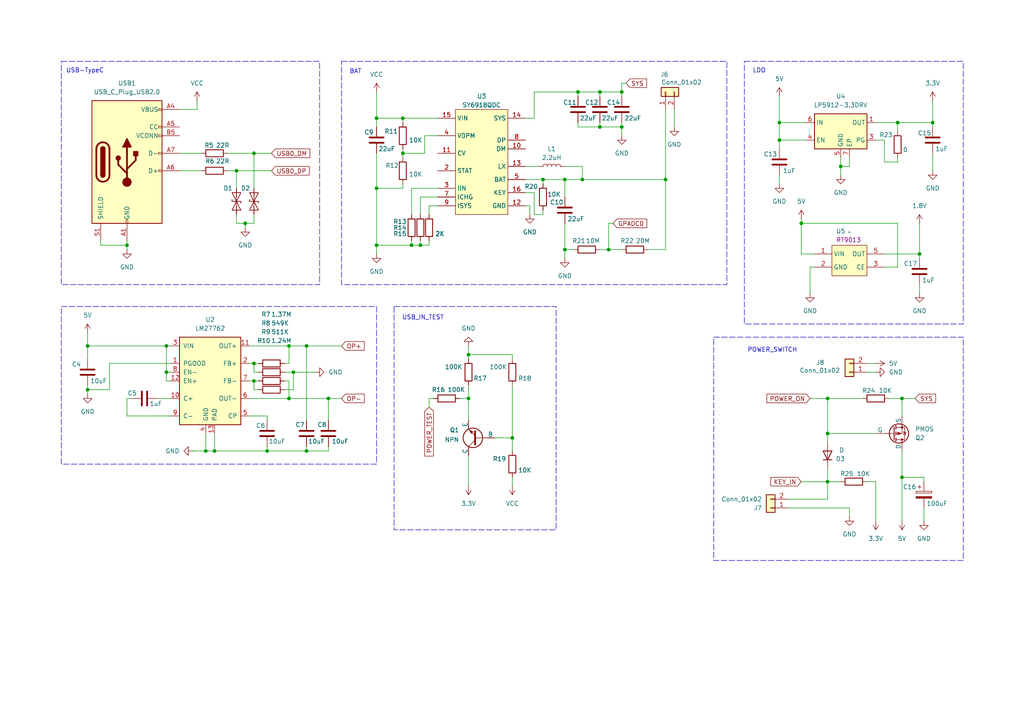
<source format=kicad_sch>
(kicad_sch (version 20250114) (generator "eeschema") (generator_version "9.0")
  (paper "A4")
  (lib_symbols
    (symbol "Connector:USB_C_Plug_USB2.0" (pin_names (offset 1.016))
      (property "Reference" "USB1" (at 0 22.86 0))
      (property "Value" "USB_C_Plug_USB2.0" (at 0 20.32 0))
      (symbol "USB_C_Plug_USB2.0_1_1"
        (pin passive line (at -7.62 -22.86 90) (length 5.08) (name "SHIELD") (number "S1"))
        (pin passive line (at 0 -22.86 90) (length 5.08) (name "GND") (number "A1"))
        (pin passive line (at 0 -22.86 90) (length 5.08) (hide yes) (name "GND") (number "A12"))
        (pin passive line (at 0 -22.86 90) (length 5.08) (hide yes) (name "GND") (number "B1"))
        (pin passive line (at 0 -22.86 90) (length 5.08) (hide yes) (name "GND") (number "B12"))
        (pin passive line (at 15.24 15.24 180) (length 5.08) (name "VBUS") (number "A4"))
        (pin passive line (at 15.24 15.24 180) (length 5.08) (hide yes) (name "VBUS") (number "A9"))
        (pin passive line (at 15.24 15.24 180) (length 5.08) (hide yes) (name "VBUS") (number "B4"))
        (pin passive line (at 15.24 15.24 180) (length 5.08) (hide yes) (name "VBUS") (number "B9"))
        (pin bidirectional line (at 15.24 10.16 180) (length 5.08) (name "CC") (number "A5"))
        (pin bidirectional line (at 15.24 7.62 180) (length 5.08) (name "VCONN") (number "B5"))
        (pin bidirectional line (at 15.24 2.54 180) (length 5.08) (name "D-") (number "A7"))
        (pin bidirectional line (at 15.24 2.54 180) (length 5.08) (hide yes) (name "D-") (number "B7"))
        (pin bidirectional line (at 15.24 -2.54 180) (length 5.08) (name "D+") (number "A6"))
        (pin bidirectional line (at 15.24 -2.54 180) (length 5.08) (hide yes) (name "D+") (number "B6"))
      )
    )
    (symbol "Connector_Generic:Conn_01x02" (pin_names (offset 1.016) (hide yes))
      (property "Reference" "J" (at 0 2.54 0))
      (property "Value" "Conn_01x02" (at 0 -5.08 0))
      (symbol "Conn_01x02_1_1"
        (pin passive line (at -5.08 0 0) (length 3.81) (name "Pin_1") (number "1"))
        (pin passive line (at -5.08 -2.54 0) (length 3.81) (name "Pin_2") (number "2"))
      )
    )
    (symbol "Device:C" (pin_numbers (hide yes)) (pin_names (offset 0.254))
      (property "Reference" "C" (at 0.635 2.54 0))
      (property "Value" "C" (at 0.635 -2.54 0))
      (symbol "C_1_1"
        (pin passive line (at 0 3.81 270) (length 2.794) (name "~") (number "1"))
        (pin passive line (at 0 -3.81 90) (length 2.794) (name "~") (number "2"))
      )
    )
    (symbol "Device:C_Polarized" (pin_numbers (hide yes)) (pin_names (offset 0.254))
      (property "Reference" "C" (at 0.635 2.54 0))
      (property "Value" "C_Polarized" (at 0.635 -2.54 0))
      (symbol "C_Polarized_1_1"
        (pin passive line (at 0 3.81 270) (length 2.794) (name "~") (number "1"))
        (pin passive line (at 0 -3.81 90) (length 2.794) (name "~") (number "2"))
      )
    )
    (symbol "Device:D" (pin_numbers (hide yes)) (pin_names (offset 1.016) (hide yes))
      (property "Reference" "D" (at 0 2.54 0))
      (property "Value" "D" (at 0 -2.54 0))
      (symbol "D_1_1"
        (pin passive line (at -3.81 0 0) (length 2.54) (name "K") (number "1"))
        (pin passive line (at 3.81 0 180) (length 2.54) (name "A") (number "2"))
      )
    )
    (symbol "Device:L" (pin_numbers (hide yes)) (pin_names (offset 1.016) (hide yes))
      (property "Reference" "L" (at -1.27 0 90))
      (property "Value" "L" (at 1.905 0 90))
      (symbol "L_1_1"
        (pin passive line (at 0 3.81 270) (length 1.27) (name "1") (number "1"))
        (pin passive line (at 0 -3.81 90) (length 1.27) (name "2") (number "2"))
      )
    )
    (symbol "Device:R" (pin_numbers (hide yes)) (pin_names (offset 0))
      (property "Reference" "R" (at 2.032 0 90))
      (property "Value" "R" (at 0 0 90))
      (symbol "R_1_1"
        (pin passive line (at 0 3.81 270) (length 1.27) (name "~") (number "1"))
        (pin passive line (at 0 -3.81 90) (length 1.27) (name "~") (number "2"))
      )
    )
    (symbol "Diode:ESD9B5.0ST5G" (pin_numbers (hide yes)) (pin_names (offset 1.016) (hide yes))
      (property "Reference" "D" (at 0 2.54 0))
      (property "Value" "ESD9B5.0ST5G" (at 0 -2.54 0))
      (symbol "ESD9B5.0ST5G_1_1"
        (pin passive line (at -3.81 0 0) (length 2.54) (name "A1") (number "1"))
        (pin passive line (at 3.81 0 180) (length 2.54) (name "A2") (number "2"))
      )
    )
    (symbol "Regulator_Linear:LP5912-3.3DRV"
      (property "Reference" "U" (at -3.81 6.35 0))
      (property "Value" "LP5912-3.3DRV" (at 6.35 6.35 0))
      (symbol "LP5912-3.3DRV_0_1"
        (pin power_in line (at -10.16 2.54 0) (length 2.54) (name "IN") (number "6"))
        (pin input line (at -10.16 -2.54 0) (length 2.54) (name "EN") (number "4"))
        (pin power_in line (at 0 -7.62 90) (length 2.54) (name "GND") (number "5"))
        (pin no_connect line (at 7.62 0 180) (length 2.54) (hide yes) (name "NC") (number "2"))
        (pin power_out line (at 10.16 2.54 180) (length 2.54) (name "OUT") (number "1"))
      )
      (symbol "LP5912-3.3DRV_1_1"
        (pin passive line (at 2.54 -7.62 90) (length 2.54) (name "EP") (number "7"))
        (pin open_collector line (at 10.16 -2.54 180) (length 2.54) (name "PG") (number "3"))
      )
    )
    (symbol "Regulator_SwitchedCapacitor:LM27762" (pin_names (offset 1.016))
      (property "Reference" "U" (at -6.604 8.89 0))
      (property "Value" "LM27762" (at 6.096 8.89 0))
      (symbol "LM27762_1_1"
        (pin power_in line (at -10.16 5.08 0) (length 2.54) (name "VIN") (number "3"))
        (pin open_collector line (at -10.16 0 0) (length 2.54) (name "PGOOD") (number "1"))
        (pin input line (at -10.16 -2.54 0) (length 2.54) (name "EN-") (number "8"))
        (pin input line (at -10.16 -5.08 0) (length 2.54) (name "EN+") (number "12"))
        (pin passive line (at -10.16 -10.16 0) (length 2.54) (name "C+") (number "10"))
        (pin passive line (at -10.16 -15.24 0) (length 2.54) (name "C-") (number "9"))
        (pin power_in line (at 0 -20.32 90) (length 2.54) (name "GND") (number "4"))
        (pin power_in line (at 2.54 -20.32 90) (length 2.54) (name "PAD") (number "13"))
        (pin power_out line (at 12.7 5.08 180) (length 2.54) (name "OUT+") (number "11"))
        (pin input line (at 12.7 0 180) (length 2.54) (name "FB+") (number "2"))
        (pin input line (at 12.7 -5.08 180) (length 2.54) (name "FB-") (number "7"))
        (pin power_out line (at 12.7 -10.16 180) (length 2.54) (name "OUT-") (number "6"))
        (pin passive line (at 12.7 -15.24 180) (length 2.54) (name "CP") (number "5"))
      )
    )
    (symbol "Simulation_SPICE:NPN" (pin_numbers (hide yes)) (pin_names (offset 0))
      (property "Reference" "Q2" (at 8.89 0 90))
      (property "Value" "NPN" (at 6.35 0 90))
      (symbol "NPN_1_1"
        (pin input line (at -5.08 0 0) (length 2.54) (name "B") (number "1"))
        (pin open_collector line (at 2.54 5.08 270) (length 2.54) (name "C") (number "3"))
        (pin open_emitter line (at 2.54 -5.08 90) (length 2.54) (name "E") (number "2"))
      )
    )
    (symbol "Simulation_SPICE:PMOS" (pin_numbers (hide yes)) (pin_names (offset 0))
      (property "Reference" "Q1" (at 6.35 1.2701 0))
      (property "Value" "PMOS" (at 6.35 -1.2699 0))
      (symbol "PMOS_1_1"
        (pin input line (at -5.08 0 0) (length 2.54) (name "G") (number "1"))
        (pin passive line (at 2.54 5.08 270) (length 2.54) (name "D") (number "3"))
        (pin passive line (at 2.54 -5.08 90) (length 2.54) (name "S") (number "2"))
      )
    )
    (symbol "coloryr:RT9013"
      (property "Reference" "U" (at 0.762 3.302 0))
      (property "Description" "RT9013" (at 3.81 1.27 0))
      (symbol "RT9013_1_1"
        (pin power_in line (at -5.08 -2.54 0) (length 5.08) (name "VIN") (number "1"))
        (pin power_in line (at -5.08 -6.35 0) (length 5.08) (name "GND") (number "2"))
        (pin power_out line (at 15.24 -2.54 180) (length 5.08) (name "OUT") (number "5"))
        (pin input line (at 15.24 -6.35 180) (length 5.08) (name "CE") (number "3"))
      )
    )
    (symbol "coloryr:SY6918"
      (property "Reference" "U" (at 0.762 1.016 0))
      (symbol "SY6918_1_1"
        (pin power_in line (at -5.08 -2.54 0) (length 5.08) (name "VIN") (number "15"))
        (pin input line (at -5.08 -7.62 0) (length 5.08) (name "VDPM") (number "4"))
        (pin input line (at -5.08 -12.7 0) (length 5.08) (name "CV") (number "11"))
        (pin output line (at -5.08 -17.78 0) (length 5.08) (name "STAT") (number "2"))
        (pin passive line (at -5.08 -22.86 0) (length 5.08) (name "IIN") (number "3"))
        (pin passive line (at -5.08 -25.4 0) (length 5.08) (name "ICHG") (number "7"))
        (pin passive line (at -5.08 -27.94 0) (length 5.08) (name "ISYS") (number "9"))
        (pin power_out line (at 20.32 -2.54 180) (length 5.08) (name "SYS") (number "14"))
        (pin bidirectional line (at 20.32 -8.89 180) (length 5.08) (name "DP") (number "8"))
        (pin bidirectional line (at 20.32 -11.43 180) (length 5.08) (name "DM") (number "10"))
        (pin bidirectional line (at 20.32 -16.51 180) (length 5.08) (name "LX") (number "13"))
        (pin bidirectional line (at 20.32 -20.32 180) (length 5.08) (name "BAT") (number "5"))
        (pin input line (at 20.32 -24.13 180) (length 5.08) (name "KEY") (number "16"))
        (pin power_in line (at 20.32 -27.94 180) (length 5.08) (name "GND") (number "12"))
      )
    )
    (symbol "power:GND" (power) (pin_numbers (hide yes)) (pin_names (offset 0) (hide yes))
      (property "Value" "GND" (at 0 -3.81 0))
      (symbol "GND_1_1"
        (pin power_in line (at 0 0 270) (length 0) (name "~") (number "1"))
      )
    )
    (symbol "power:VCC" (power) (pin_numbers (hide yes)) (pin_names (offset 0) (hide yes))
      (property "Value" "VCC" (at 0 3.556 0))
      (symbol "VCC_1_1"
        (pin power_in line (at 0 0 90) (length 0) (name "~") (number "1"))
      )
    )
  )
  (rectangle (start 215.9 17.78) (end 279.4 93.98) (stroke (width 0) (type dash)))
  (rectangle (start 207.01 97.79) (end 279.4 162.56) (stroke (width 0) (type dash)))
  (rectangle (start 17.78 88.9) (end 109.22 134.62) (stroke (width 0) (type dash)))
  (rectangle (start 99.06 17.78) (end 210.82 82.55) (stroke (width 0) (type dash)))
  (rectangle (start 17.78 17.78) (end 92.71 82.55) (stroke (width 0) (type dash)))
  (rectangle (start 161.29 153.67) (end 114.3 88.9) (stroke (width 0) (type dash)))
  (text "USB_IN_TEST" (at 122.682 92.202 0) (effects (font (size 1.27 1.27))))
  (text "POWER_SWITCH" (at 224.028 101.6 0) (effects (font (size 1.27 1.27))))
  (text "LDO" (at 220.218 20.574 0) (effects (font (size 1.27 1.27))))
  (text "BAT" (at 103.124 20.828 0) (effects (font (size 1.27 1.27))))
  (text "USB-TypeC" (at 24.638 20.574 0) (effects (font (size 1.27 1.27))))
  (junction (at 180.34 36.83))
  (junction (at 193.04 52.07))
  (junction (at 226.06 40.64))
  (junction (at 240.03 139.7))
  (junction (at 266.7 73.66))
  (junction (at 180.34 26.67))
  (junction (at 85.09 107.95))
  (junction (at 71.12 64.77))
  (junction (at 226.06 35.56))
  (junction (at 95.25 115.57))
  (junction (at 176.53 72.39))
  (junction (at 62.23 130.81))
  (junction (at 121.92 71.12))
  (junction (at 73.66 105.41))
  (junction (at 68.58 49.53))
  (junction (at 243.84 48.26))
  (junction (at 240.03 115.57))
  (junction (at 163.83 72.39))
  (junction (at 135.89 115.57))
  (junction (at 167.64 26.67))
  (junction (at 270.51 35.56))
  (junction (at 232.41 64.77))
  (junction (at 116.84 44.45))
  (junction (at 173.99 26.67))
  (junction (at 240.03 125.73))
  (junction (at 36.83 71.12))
  (junction (at 261.62 138.43))
  (junction (at 135.89 102.87))
  (junction (at 88.9 130.81))
  (junction (at 83.82 115.57))
  (junction (at 25.4 100.33))
  (junction (at 260.35 35.56))
  (junction (at 119.38 71.12))
  (junction (at 109.22 34.29))
  (junction (at 116.84 34.29))
  (junction (at 148.59 127))
  (junction (at 59.69 130.81))
  (junction (at 48.26 100.33))
  (junction (at 109.22 54.61))
  (junction (at 168.91 52.07))
  (junction (at 83.82 100.33))
  (junction (at 48.26 107.95))
  (junction (at 73.66 110.49))
  (junction (at 109.22 71.12))
  (junction (at 173.99 36.83))
  (junction (at 25.4 113.03))
  (junction (at 88.9 100.33))
  (junction (at 73.66 44.45))
  (junction (at 261.62 115.57))
  (junction (at 163.83 52.07))
  (junction (at 157.48 52.07))
  (junction (at 77.47 130.81))
  (wire (pts (xy 49.53 100.33) (xy 48.26 100.33)))
  (wire (pts (xy 127 39.37) (xy 123.19 39.37)))
  (wire (pts (xy 127 54.61) (xy 119.38 54.61)))
  (wire (pts (xy 109.22 54.61) (xy 116.84 54.61)))
  (wire (pts (xy 72.39 110.49) (xy 73.66 110.49)))
  (wire (pts (xy 236.22 77.47) (xy 234.95 77.47)))
  (wire (pts (xy 270.51 36.83) (xy 270.51 35.56)))
  (wire (pts (xy 73.66 107.95) (xy 74.93 107.95)))
  (wire (pts (xy 152.4 55.88) (xy 154.94 55.88)))
  (wire (pts (xy 48.26 100.33) (xy 25.4 100.33)))
  (wire (pts (xy 157.48 52.07) (xy 163.83 52.07)))
  (wire (pts (xy 243.84 48.26) (xy 243.84 50.8)))
  (wire (pts (xy 173.99 36.83) (xy 180.34 36.83)))
  (wire (pts (xy 265.43 115.57) (xy 261.62 115.57)))
  (wire (pts (xy 73.66 113.03) (xy 74.93 113.03)))
  (wire (pts (xy 163.83 72.39) (xy 163.83 74.93)))
  (wire (pts (xy 88.9 130.81) (xy 77.47 130.81)))
  (wire (pts (xy 267.97 139.7) (xy 267.97 138.43)))
  (wire (pts (xy 254 40.64) (xy 256.54 40.64)))
  (wire (pts (xy 83.82 105.41) (xy 83.82 100.33)))
  (wire (pts (xy 116.84 44.45) (xy 116.84 45.72)))
  (wire (pts (xy 29.21 71.12) (xy 36.83 71.12)))
  (wire (pts (xy 163.83 64.77) (xy 163.83 72.39)))
  (wire (pts (xy 240.03 139.7) (xy 243.84 139.7)))
  (wire (pts (xy 195.58 31.75) (xy 195.58 36.83)))
  (wire (pts (xy 25.4 113.03) (xy 25.4 111.76)))
  (wire (pts (xy 168.91 52.07) (xy 193.04 52.07)))
  (wire (pts (xy 260.35 77.47) (xy 260.35 64.77)))
  (wire (pts (xy 256.54 46.99) (xy 260.35 46.99)))
  (wire (pts (xy 261.62 115.57) (xy 261.62 120.65)))
  (wire (pts (xy 163.83 52.07) (xy 168.91 52.07)))
  (wire (pts (xy 133.35 115.57) (xy 135.89 115.57)))
  (wire (pts (xy 240.03 135.89) (xy 240.03 139.7)))
  (wire (pts (xy 270.51 29.21) (xy 270.51 35.56)))
  (wire (pts (xy 36.83 71.12) (xy 36.83 72.39)))
  (wire (pts (xy 257.81 115.57) (xy 261.62 115.57)))
  (wire (pts (xy 73.66 44.45) (xy 78.74 44.45)))
  (wire (pts (xy 176.53 72.39) (xy 180.34 72.39)))
  (wire (pts (xy 163.83 48.26) (xy 168.91 48.26)))
  (wire (pts (xy 68.58 64.77) (xy 68.58 62.23)))
  (wire (pts (xy 31.75 105.41) (xy 31.75 113.03)))
  (wire (pts (xy 95.25 130.81) (xy 88.9 130.81)))
  (wire (pts (xy 68.58 49.53) (xy 68.58 54.61)))
  (wire (pts (xy 49.53 110.49) (xy 48.26 110.49)))
  (wire (pts (xy 267.97 147.32) (xy 267.97 151.13)))
  (wire (pts (xy 246.38 48.26) (xy 243.84 48.26)))
  (wire (pts (xy 148.59 127) (xy 148.59 111.76)))
  (wire (pts (xy 77.47 130.81) (xy 77.47 129.54)))
  (wire (pts (xy 163.83 52.07) (xy 163.83 57.15)))
  (wire (pts (xy 82.55 105.41) (xy 83.82 105.41)))
  (wire (pts (xy 127 57.15) (xy 121.92 57.15)))
  (wire (pts (xy 232.41 64.77) (xy 260.35 64.77)))
  (wire (pts (xy 254 139.7) (xy 251.46 139.7)))
  (wire (pts (xy 157.48 62.23) (xy 157.48 60.96)))
  (wire (pts (xy 152.4 59.69) (xy 153.67 59.69)))
  (wire (pts (xy 52.07 49.53) (xy 58.42 49.53)))
  (wire (pts (xy 72.39 115.57) (xy 83.82 115.57)))
  (wire (pts (xy 73.66 110.49) (xy 74.93 110.49)))
  (wire (pts (xy 266.7 64.77) (xy 266.7 73.66)))
  (wire (pts (xy 109.22 34.29) (xy 116.84 34.29)))
  (wire (pts (xy 260.35 35.56) (xy 260.35 38.1)))
  (wire (pts (xy 36.83 115.57) (xy 38.1 115.57)))
  (wire (pts (xy 163.83 72.39) (xy 166.37 72.39)))
  (wire (pts (xy 57.15 31.75) (xy 57.15 29.21)))
  (wire (pts (xy 176.53 64.77) (xy 176.53 72.39)))
  (wire (pts (xy 85.09 113.03) (xy 85.09 107.95)))
  (wire (pts (xy 234.95 115.57) (xy 240.03 115.57)))
  (wire (pts (xy 135.89 104.14) (xy 135.89 102.87)))
  (wire (pts (xy 123.19 44.45) (xy 116.84 44.45)))
  (wire (pts (xy 152.4 48.26) (xy 156.21 48.26)))
  (wire (pts (xy 135.89 121.92) (xy 135.89 115.57)))
  (wire (pts (xy 256.54 40.64) (xy 256.54 46.99)))
  (wire (pts (xy 154.94 34.29) (xy 152.4 34.29)))
  (wire (pts (xy 148.59 130.81) (xy 148.59 127)))
  (wire (pts (xy 143.51 127) (xy 148.59 127)))
  (wire (pts (xy 187.96 72.39) (xy 193.04 72.39)))
  (wire (pts (xy 48.26 107.95) (xy 49.53 107.95)))
  (wire (pts (xy 181.61 24.13) (xy 180.34 24.13)))
  (wire (pts (xy 246.38 147.32) (xy 246.38 149.86)))
  (wire (pts (xy 226.06 40.64) (xy 226.06 43.18)))
  (wire (pts (xy 71.12 64.77) (xy 71.12 66.04)))
  (wire (pts (xy 234.95 77.47) (xy 234.95 85.09)))
  (wire (pts (xy 25.4 113.03) (xy 25.4 114.3)))
  (wire (pts (xy 193.04 72.39) (xy 193.04 52.07)))
  (wire (pts (xy 232.41 63.5) (xy 232.41 64.77)))
  (wire (pts (xy 167.64 26.67) (xy 167.64 27.94)))
  (wire (pts (xy 254 151.13) (xy 254 139.7)))
  (wire (pts (xy 66.04 44.45) (xy 73.66 44.45)))
  (wire (pts (xy 226.06 50.8) (xy 226.06 53.34)))
  (wire (pts (xy 88.9 129.54) (xy 88.9 130.81)))
  (wire (pts (xy 121.92 57.15) (xy 121.92 62.23)))
  (wire (pts (xy 124.46 118.11) (xy 124.46 115.57)))
  (wire (pts (xy 83.82 100.33) (xy 88.9 100.33)))
  (wire (pts (xy 261.62 130.81) (xy 261.62 138.43)))
  (wire (pts (xy 266.7 82.55) (xy 266.7 85.09)))
  (wire (pts (xy 85.09 107.95) (xy 91.44 107.95)))
  (wire (pts (xy 148.59 102.87) (xy 135.89 102.87)))
  (wire (pts (xy 154.94 62.23) (xy 157.48 62.23)))
  (wire (pts (xy 62.23 130.81) (xy 77.47 130.81)))
  (wire (pts (xy 95.25 115.57) (xy 95.25 121.92)))
  (wire (pts (xy 251.46 107.95) (xy 254 107.95)))
  (wire (pts (xy 88.9 100.33) (xy 99.06 100.33)))
  (wire (pts (xy 73.66 64.77) (xy 71.12 64.77)))
  (wire (pts (xy 59.69 125.73) (xy 59.69 130.81)))
  (wire (pts (xy 127 59.69) (xy 124.46 59.69)))
  (wire (pts (xy 180.34 36.83) (xy 180.34 39.37)))
  (wire (pts (xy 68.58 49.53) (xy 78.74 49.53)))
  (wire (pts (xy 233.68 35.56) (xy 226.06 35.56)))
  (wire (pts (xy 73.66 105.41) (xy 74.93 105.41)))
  (wire (pts (xy 167.64 35.56) (xy 167.64 36.83)))
  (wire (pts (xy 109.22 34.29) (xy 109.22 26.67)))
  (wire (pts (xy 260.35 46.99) (xy 260.35 45.72)))
  (wire (pts (xy 52.07 44.45) (xy 58.42 44.45)))
  (wire (pts (xy 124.46 115.57) (xy 125.73 115.57)))
  (wire (pts (xy 45.72 115.57) (xy 49.53 115.57)))
  (wire (pts (xy 73.66 105.41) (xy 73.66 107.95)))
  (wire (pts (xy 173.99 72.39) (xy 176.53 72.39)))
  (wire (pts (xy 243.84 45.72) (xy 243.84 48.26)))
  (wire (pts (xy 25.4 100.33) (xy 25.4 104.14)))
  (wire (pts (xy 36.83 69.85) (xy 36.83 71.12)))
  (wire (pts (xy 228.6 147.32) (xy 246.38 147.32)))
  (wire (pts (xy 180.34 36.83) (xy 180.34 35.56)))
  (wire (pts (xy 82.55 113.03) (xy 85.09 113.03)))
  (wire (pts (xy 73.66 110.49) (xy 73.66 113.03)))
  (wire (pts (xy 48.26 110.49) (xy 48.26 107.95)))
  (wire (pts (xy 88.9 100.33) (xy 88.9 121.92)))
  (wire (pts (xy 154.94 55.88) (xy 154.94 62.23)))
  (wire (pts (xy 62.23 130.81) (xy 59.69 130.81)))
  (wire (pts (xy 109.22 44.45) (xy 109.22 54.61)))
  (wire (pts (xy 83.82 115.57) (xy 95.25 115.57)))
  (wire (pts (xy 256.54 73.66) (xy 266.7 73.66)))
  (wire (pts (xy 31.75 113.03) (xy 25.4 113.03)))
  (wire (pts (xy 49.53 120.65) (xy 36.83 120.65)))
  (wire (pts (xy 66.04 49.53) (xy 68.58 49.53)))
  (wire (pts (xy 180.34 26.67) (xy 180.34 27.94)))
  (wire (pts (xy 173.99 35.56) (xy 173.99 36.83)))
  (wire (pts (xy 154.94 26.67) (xy 167.64 26.67)))
  (wire (pts (xy 193.04 52.07) (xy 193.04 31.75)))
  (wire (pts (xy 267.97 138.43) (xy 261.62 138.43)))
  (wire (pts (xy 173.99 26.67) (xy 180.34 26.67)))
  (wire (pts (xy 167.64 26.67) (xy 173.99 26.67)))
  (wire (pts (xy 72.39 105.41) (xy 73.66 105.41)))
  (wire (pts (xy 124.46 59.69) (xy 124.46 62.23)))
  (wire (pts (xy 119.38 54.61) (xy 119.38 62.23)))
  (wire (pts (xy 55.88 130.81) (xy 59.69 130.81)))
  (wire (pts (xy 77.47 120.65) (xy 72.39 120.65)))
  (wire (pts (xy 233.68 40.64) (xy 226.06 40.64)))
  (wire (pts (xy 127 34.29) (xy 116.84 34.29)))
  (wire (pts (xy 240.03 125.73) (xy 254 125.73)))
  (wire (pts (xy 236.22 73.66) (xy 232.41 73.66)))
  (wire (pts (xy 49.53 105.41) (xy 31.75 105.41)))
  (wire (pts (xy 95.25 129.54) (xy 95.25 130.81)))
  (wire (pts (xy 148.59 104.14) (xy 148.59 102.87)))
  (wire (pts (xy 119.38 69.85) (xy 119.38 71.12)))
  (wire (pts (xy 73.66 62.23) (xy 73.66 64.77)))
  (wire (pts (xy 135.89 115.57) (xy 135.89 111.76)))
  (wire (pts (xy 228.6 144.78) (xy 240.03 144.78)))
  (wire (pts (xy 232.41 73.66) (xy 232.41 64.77)))
  (wire (pts (xy 226.06 35.56) (xy 226.06 27.94)))
  (wire (pts (xy 157.48 52.07) (xy 157.48 53.34)))
  (wire (pts (xy 135.89 132.08) (xy 135.89 140.97)))
  (wire (pts (xy 168.91 48.26) (xy 168.91 52.07)))
  (wire (pts (xy 72.39 100.33) (xy 83.82 100.33)))
  (wire (pts (xy 73.66 44.45) (xy 73.66 54.61)))
  (wire (pts (xy 29.21 69.85) (xy 29.21 71.12)))
  (wire (pts (xy 124.46 69.85) (xy 124.46 71.12)))
  (wire (pts (xy 77.47 121.92) (xy 77.47 120.65)))
  (wire (pts (xy 246.38 45.72) (xy 246.38 48.26)))
  (wire (pts (xy 36.83 120.65) (xy 36.83 115.57)))
  (wire (pts (xy 48.26 100.33) (xy 48.26 107.95)))
  (wire (pts (xy 152.4 52.07) (xy 157.48 52.07)))
  (wire (pts (xy 240.03 115.57) (xy 250.19 115.57)))
  (wire (pts (xy 109.22 71.12) (xy 119.38 71.12)))
  (wire (pts (xy 25.4 96.52) (xy 25.4 100.33)))
  (wire (pts (xy 135.89 100.33) (xy 135.89 102.87)))
  (wire (pts (xy 261.62 138.43) (xy 261.62 151.13)))
  (wire (pts (xy 240.03 125.73) (xy 240.03 128.27)))
  (wire (pts (xy 270.51 35.56) (xy 260.35 35.56)))
  (wire (pts (xy 71.12 64.77) (xy 68.58 64.77)))
  (wire (pts (xy 173.99 26.67) (xy 173.99 27.94)))
  (wire (pts (xy 226.06 40.64) (xy 226.06 35.56)))
  (wire (pts (xy 109.22 34.29) (xy 109.22 36.83)))
  (wire (pts (xy 148.59 140.97) (xy 148.59 138.43)))
  (wire (pts (xy 232.41 139.7) (xy 240.03 139.7)))
  (wire (pts (xy 167.64 36.83) (xy 173.99 36.83)))
  (wire (pts (xy 240.03 139.7) (xy 240.03 144.78)))
  (wire (pts (xy 121.92 71.12) (xy 124.46 71.12)))
  (wire (pts (xy 109.22 54.61) (xy 109.22 71.12)))
  (wire (pts (xy 109.22 71.12) (xy 109.22 73.66)))
  (wire (pts (xy 121.92 69.85) (xy 121.92 71.12)))
  (wire (pts (xy 83.82 110.49) (xy 83.82 115.57)))
  (wire (pts (xy 116.84 34.29) (xy 116.84 35.56)))
  (wire (pts (xy 180.34 24.13) (xy 180.34 26.67)))
  (wire (pts (xy 240.03 115.57) (xy 240.03 125.73)))
  (wire (pts (xy 177.8 64.77) (xy 176.53 64.77)))
  (wire (pts (xy 153.67 59.69) (xy 153.67 62.23)))
  (wire (pts (xy 266.7 73.66) (xy 266.7 74.93)))
  (wire (pts (xy 123.19 39.37) (xy 123.19 44.45)))
  (wire (pts (xy 270.51 44.45) (xy 270.51 49.53)))
  (wire (pts (xy 256.54 77.47) (xy 260.35 77.47)))
  (wire (pts (xy 154.94 26.67) (xy 154.94 34.29)))
  (wire (pts (xy 62.23 125.73) (xy 62.23 130.81)))
  (wire (pts (xy 82.55 110.49) (xy 83.82 110.49)))
  (wire (pts (xy 85.09 107.95) (xy 82.55 107.95)))
  (wire (pts (xy 251.46 105.41) (xy 254 105.41)))
  (wire (pts (xy 52.07 31.75) (xy 57.15 31.75)))
  (wire (pts (xy 95.25 115.57) (xy 99.06 115.57)))
  (wire (pts (xy 119.38 71.12) (xy 121.92 71.12)))
  (wire (pts (xy 116.84 43.18) (xy 116.84 44.45)))
  (wire (pts (xy 254 35.56) (xy 260.35 35.56)))
  (wire (pts (xy 116.84 53.34) (xy 116.84 54.61)))
  (global_label "USB0_DM" (shape input) (at 78.74 44.45 0) (property "Intersheetrefs" "${INTERSHEET_REFS}" (effects (hide yes))))
  (global_label "SYS" (shape input) (at 265.43 115.57 0) (property "Intersheetrefs" "${INTERSHEET_REFS}" (effects (hide yes))))
  (global_label "OP-" (shape input) (at 99.06 115.57 0) (property "Intersheetrefs" "${INTERSHEET_REFS}" (effects (hide yes))))
  (global_label "USB0_DP" (shape input) (at 78.74 49.53 0) (property "Intersheetrefs" "${INTERSHEET_REFS}" (effects (hide yes))))
  (global_label "OP+" (shape input) (at 99.06 100.33 0) (property "Intersheetrefs" "${INTERSHEET_REFS}" (effects (hide yes))))
  (global_label "SYS" (shape input) (at 181.61 24.13 0) (property "Intersheetrefs" "${INTERSHEET_REFS}" (effects (hide yes))))
  (global_label "POWER_ON" (shape input) (at 234.95 115.57 180) (property "Intersheetrefs" "${INTERSHEET_REFS}" (effects (hide yes))))
  (global_label "KEY_IN" (shape input) (at 232.41 139.7 180) (property "Intersheetrefs" "${INTERSHEET_REFS}" (effects (hide yes))))
  (global_label "GPADC0" (shape input) (at 177.8 64.77 0) (property "Intersheetrefs" "${INTERSHEET_REFS}" (effects (hide yes))))
  (global_label "POWER_TEST" (shape input) (at 124.46 118.11 270) (property "Intersheetrefs" "${INTERSHEET_REFS}" (effects (hide yes))))
  (symbol (lib_id "Device:R") (at 62.23 49.53 270) (unit 1)
    (property "Reference" "R6" (at 62.23 46.736 90) (effects (justify right)))
    (property "Value" "22R" (at 66.548 42.164 90) (effects (justify right)))
    (property "Footprint" "Capacitor_SMD:C_0402_1005Metric_Pad0.74x0.62mm_HandSolder" (effects (hide yes)))
    (property "Description" "Resistor" (effects (hide yes)))
  )
  (symbol (lib_id "power:VCC") (at 232.41 63.5 0) (unit 1)
    (property "Reference" "#PWR030" (effects (hide yes)))
    (property "Value" "5V" (at 232.41 58.42 0))
    (property "Description" "Power symbol creates a global label with name \"VCC\"" (effects (hide yes)))
  )
  (symbol (lib_id "Device:R") (at 260.35 41.91 0) (unit 1)
    (property "Reference" "R23" (at 255.016 39.116 0) (effects (justify left)))
    (property "Value" "0" (at 261.874 43.434 0) (effects (justify left)))
    (property "Footprint" "Resistor_SMD:R_0402_1005Metric_Pad0.72x0.64mm_HandSolder" (effects (hide yes)))
    (property "Description" "Resistor" (effects (hide yes)))
  )
  (symbol (lib_id "power:VCC") (at 254 151.13 180) (unit 1)
    (property "Reference" "#PWR099" (effects (hide yes)))
    (property "Value" "3.3V" (at 254 156.21 0))
    (property "Description" "Power symbol creates a global label with name \"VCC\"" (effects (hide yes)))
  )
  (symbol (lib_id "power:GND") (at 180.34 39.37 0) (unit 1)
    (property "Reference" "#PWR025" (effects (hide yes)))
    (property "Value" "GND" (at 180.34 44.45 0))
    (property "Description" "Power symbol creates a global label with name \"GND\" , ground" (effects (hide yes)))
  )
  (symbol (lib_id "power:GND") (at 254 107.95 90) (unit 1)
    (property "Reference" "#PWR034" (effects (hide yes)))
    (property "Value" "GND" (at 257.81 107.9499 90) (effects (justify right)))
    (property "Description" "Power symbol creates a global label with name \"GND\" , ground" (effects (hide yes)))
  )
  (symbol (lib_id "Device:R") (at 148.59 134.62 0) (unit 1)
    (property "Reference" "R19" (at 146.812 133.096 0) (effects (justify right)))
    (property "Value" "10K" (at 154.178 136.398 0) (effects (justify right)))
    (property "Footprint" "Capacitor_SMD:C_0402_1005Metric_Pad0.74x0.62mm_HandSolder" (effects (hide yes)))
    (property "Description" "Resistor" (effects (hide yes)))
  )
  (symbol (lib_id "Device:C") (at 266.7 78.74 0) (unit 1)
    (property "Reference" "C17" (at 262.128 76.454 0) (effects (justify left)))
    (property "Value" "1uF" (at 267.462 81.28 0) (effects (justify left)))
    (property "Footprint" "Capacitor_SMD:C_0402_1005Metric_Pad0.74x0.62mm_HandSolder" (effects (hide yes)))
    (property "Description" "Unpolarized capacitor" (effects (hide yes)))
  )
  (symbol (lib_id "Diode:ESD9B5.0ST5G") (at 73.66 58.42 90) (unit 1)
    (property "Reference" "D2" (at 69.85 54.61 90) (effects (justify right)))
    (property "Value" "ESD9B5.0ST5G" (effects (hide yes)))
    (property "Footprint" "Diode_SMD:D_SOD-523" (effects (hide yes)))
    (property "Datasheet" "https://www.onsemi.com/pub/Collateral/ESD9B-D.PDF" (effects (hide yes)))
    (property "Description" "ESD protection diode, 5.0Vrwm, SOD-923" (effects (hide yes)))
  )
  (symbol (lib_id "power:GND") (at 226.06 53.34 0) (unit 1)
    (property "Reference" "#PWR024" (effects (hide yes)))
    (property "Value" "GND" (at 226.06 58.42 0))
    (property "Description" "Power symbol creates a global label with name \"GND\" , ground" (effects (hide yes)))
  )
  (symbol (lib_id "Device:R") (at 62.23 44.45 270) (unit 1)
    (property "Reference" "R5" (at 61.976 42.164 90) (effects (justify right)))
    (property "Value" "22R" (at 66.548 46.736 90) (effects (justify right)))
    (property "Footprint" "Capacitor_SMD:C_0402_1005Metric_Pad0.74x0.62mm_HandSolder" (effects (hide yes)))
    (property "Description" "Resistor" (effects (hide yes)))
  )
  (symbol (lib_id "Device:R") (at 78.74 110.49 270) (unit 1)
    (property "Reference" "R9" (at 78.486 96.266 90) (effects (justify right)))
    (property "Value" "511K" (at 83.82 96.266 90) (effects (justify right)))
    (property "Footprint" "Capacitor_SMD:C_0402_1005Metric_Pad0.74x0.62mm_HandSolder" (effects (hide yes)))
    (property "Description" "Resistor" (effects (hide yes)))
  )
  (symbol (lib_id "power:GND") (at 266.7 85.09 0) (unit 1)
    (property "Reference" "#PWR039" (effects (hide yes)))
    (property "Value" "GND" (at 266.7 90.17 0))
    (property "Description" "Power symbol creates a global label with name \"GND\" , ground" (effects (hide yes)))
  )
  (symbol (lib_id "Device:C_Polarized") (at 267.97 143.51 0) (unit 1)
    (property "Reference" "C16" (at 261.874 141.224 0) (effects (justify left)))
    (property "Value" "100uF" (at 268.732 146.05 0) (effects (justify left)))
    (property "Footprint" "Capacitor_Tantalum_SMD:CP_EIA-3528-21_Kemet-B_Pad1.50x2.35mm_HandSolder" (effects (hide yes)))
    (property "Description" "Polarized capacitor" (effects (hide yes)))
  )
  (symbol (lib_id "Device:R") (at 119.38 66.04 180) (unit 1)
    (property "Reference" "R13" (at 114.046 64.262 0) (effects (justify right)))
    (property "Value" "2K" (at 126.238 67.818 0) (effects (justify right)))
    (property "Footprint" "Capacitor_SMD:C_0402_1005Metric_Pad0.74x0.62mm_HandSolder" (effects (hide yes)))
    (property "Description" "Resistor" (effects (hide yes)))
  )
  (symbol (lib_id "Connector_Generic:Conn_01x02") (at 223.52 147.32 180) (unit 1)
    (property "Reference" "J7" (at 220.98 147.3201 0) (effects (justify left)))
    (property "Value" "Conn_01x02" (at 220.98 144.78 0) (effects (justify left)))
    (property "Footprint" "Connector_PinHeader_2.00mm:PinHeader_1x02_P2.00mm_Vertical" (effects (hide yes)))
    (property "Description" "Generic connector, single row, 01x02, script generated (kicad-library-utils/schlib/autogen/connector/)" (effects (hide yes)))
  )
  (symbol (lib_id "power:VCC") (at 261.62 151.13 180) (unit 1)
    (property "Reference" "#PWR036" (effects (hide yes)))
    (property "Value" "5V" (at 261.62 156.21 0))
    (property "Description" "Power symbol creates a global label with name \"VCC\"" (effects (hide yes)))
  )
  (symbol (lib_id "power:GND") (at 71.12 66.04 0) (unit 1)
    (property "Reference" "#PWR014" (effects (hide yes)))
    (property "Value" "GND" (at 71.12 71.12 0))
    (property "Description" "Power symbol creates a global label with name \"GND\" , ground" (effects (hide yes)))
  )
  (symbol (lib_id "power:VCC") (at 254 105.41 270) (unit 1)
    (property "Reference" "#PWR033" (effects (hide yes)))
    (property "Value" "5V" (at 257.81 105.4099 90) (effects (justify left)))
    (property "Description" "Power symbol creates a global label with name \"VCC\"" (effects (hide yes)))
  )
  (symbol (lib_id "power:GND") (at 135.89 100.33 180) (unit 1)
    (property "Reference" "#PWR018" (effects (hide yes)))
    (property "Value" "GND" (at 135.89 95.25 0))
    (property "Description" "Power symbol creates a global label with name \"GND\" , ground" (effects (hide yes)))
  )
  (symbol (lib_id "Diode:ESD9B5.0ST5G") (at 68.58 58.42 90) (unit 1)
    (property "Reference" "D1" (at 64.77 54.61 90) (effects (justify right)))
    (property "Value" "ESD9B5.0ST5G" (effects (hide yes)))
    (property "Footprint" "Diode_SMD:D_SOD-523" (effects (hide yes)))
    (property "Datasheet" "https://www.onsemi.com/pub/Collateral/ESD9B-D.PDF" (effects (hide yes)))
    (property "Description" "ESD protection diode, 5.0Vrwm, SOD-923" (effects (hide yes)))
  )
  (symbol (lib_id "Device:R") (at 78.74 105.41 270) (unit 1)
    (property "Reference" "R7" (at 78.486 91.186 90) (effects (justify right)))
    (property "Value" "1.37M" (at 84.582 91.186 90) (effects (justify right)))
    (property "Footprint" "Capacitor_SMD:C_0402_1005Metric_Pad0.74x0.62mm_HandSolder" (effects (hide yes)))
    (property "Description" "Resistor" (effects (hide yes)))
  )
  (symbol (lib_id "Connector:USB_C_Plug_USB2.0") (at 36.83 46.99 0) (unit 1)
    (property "Reference" "USB1" (at 36.83 24.13 0))
    (property "Value" "USB_C_Plug_USB2.0" (at 36.83 26.67 0))
    (property "Footprint" "Connector_USB:USB_C_Receptacle_GCT_USB4085" (effects (hide yes)))
    (property "Datasheet" "https://www.usb.org/sites/default/files/documents/usb_type-c.zip" (effects (hide yes)))
    (property "Description" "USB 2.0-only Type-C Plug connector" (effects (hide yes)))
  )
  (symbol (lib_id "coloryr:RT9013") (at 241.3 71.12 0) (unit 1)
    (property "Reference" "U5" (at 243.84 67.056 0))
    (property "Value" "~" (at 246.38 67.31 0))
    (property "Footprint" "Package_TO_SOT_SMD:SOT-23-5_HandSoldering" (effects (hide yes)))
    (property "Description" "RT9013" (at 246.126 69.596 0))
  )
  (symbol (lib_id "Simulation_SPICE:NPN") (at 138.43 127 180) (unit 1)
    (property "Reference" "Q1" (at 131.826 124.714 0))
    (property "Value" "NPN" (at 131.064 127.508 0))
    (property "Footprint" "Package_TO_SOT_SMD:SOT-23" (effects (hide yes)))
    (property "Datasheet" "https://ngspice.sourceforge.io/docs/ngspice-html-manual/manual.xhtml#cha_BJTs" (effects (hide yes)))
    (property "Description" "Bipolar transistor symbol for simulation only, substrate tied to the emitter" (effects (hide yes)))
    (property "Sim.Device" "NPN" (effects (hide yes)))
    (property "Sim.Type" "GUMMELPOON" (effects (hide yes)))
    (property "Sim.Pins" "1=C 2=B 3=E" (effects (hide yes)))
  )
  (symbol (lib_id "power:VCC") (at 226.06 27.94 0) (unit 1)
    (property "Reference" "#PWR023" (effects (hide yes)))
    (property "Value" "5V" (at 226.06 22.86 0))
    (property "Description" "Power symbol creates a global label with name \"VCC\"" (effects (hide yes)))
  )
  (symbol (lib_id "power:VCC") (at 270.51 29.21 0) (unit 1)
    (property "Reference" "#PWR028" (effects (hide yes)))
    (property "Value" "3.3V" (at 270.51 24.13 0))
    (property "Description" "Power symbol creates a global label with name \"VCC\"" (effects (hide yes)))
  )
  (symbol (lib_id "power:VCC") (at 57.15 29.21 0) (unit 1)
    (property "Reference" "#PWR013" (effects (hide yes)))
    (property "Value" "VCC" (at 57.15 24.13 0))
    (property "Description" "Power symbol creates a global label with name \"VCC\"" (effects (hide yes)))
  )
  (symbol (lib_id "power:GND") (at 109.22 73.66 0) (unit 1)
    (property "Reference" "#PWR017" (effects (hide yes)))
    (property "Value" "GND" (at 109.22 78.74 0))
    (property "Description" "Power symbol creates a global label with name \"GND\" , ground" (effects (hide yes)))
  )
  (symbol (lib_id "power:GND") (at 163.83 74.93 0) (unit 1)
    (property "Reference" "#PWR022" (effects (hide yes)))
    (property "Value" "GND" (at 163.83 80.01 0))
    (property "Description" "Power symbol creates a global label with name \"GND\" , ground" (effects (hide yes)))
  )
  (symbol (lib_id "Device:R") (at 116.84 39.37 180) (unit 1)
    (property "Reference" "R11" (at 111.506 38.1 0) (effects (justify right)))
    (property "Value" "10K" (at 118.618 40.64 0) (effects (justify right)))
    (property "Footprint" "Capacitor_SMD:C_0402_1005Metric_Pad0.74x0.62mm_HandSolder" (effects (hide yes)))
    (property "Description" "Resistor" (effects (hide yes)))
  )
  (symbol (lib_id "power:VCC") (at 135.89 140.97 180) (unit 1)
    (property "Reference" "#PWR019" (effects (hide yes)))
    (property "Value" "3.3V" (at 135.89 146.05 0))
    (property "Description" "Power symbol creates a global label with name \"VCC\"" (effects (hide yes)))
  )
  (symbol (lib_id "power:GND") (at 55.88 130.81 270) (unit 1)
    (property "Reference" "#PWR012" (effects (hide yes)))
    (property "Value" "GND" (at 52.07 130.8099 90) (effects (justify right)))
    (property "Description" "Power symbol creates a global label with name \"GND\" , ground" (effects (hide yes)))
  )
  (symbol (lib_id "power:VCC") (at 25.4 96.52 0) (unit 1)
    (property "Reference" "#PWR09" (effects (hide yes)))
    (property "Value" "5V" (at 25.4 91.44 0))
    (property "Description" "Power symbol creates a global label with name \"VCC\"" (effects (hide yes)))
  )
  (symbol (lib_id "Device:C") (at 163.83 60.96 0) (unit 1)
    (property "Reference" "C10" (at 159.512 58.674 0) (effects (justify left)))
    (property "Value" "22uF" (at 164.592 63.5 0) (effects (justify left)))
    (property "Footprint" "Capacitor_SMD:C_0603_1608Metric_Pad1.08x0.95mm_HandSolder" (effects (hide yes)))
    (property "Description" "Unpolarized capacitor" (effects (hide yes)))
  )
  (symbol (lib_id "Device:R") (at 254 115.57 90) (unit 1)
    (property "Reference" "R24" (at 251.968 113.284 90))
    (property "Value" "10K" (at 256.794 113.284 90))
    (property "Footprint" "Resistor_SMD:R_0402_1005Metric_Pad0.72x0.64mm_HandSolder" (effects (hide yes)))
    (property "Description" "Resistor" (effects (hide yes)))
  )
  (symbol (lib_id "Connector_Generic:Conn_01x02") (at 246.38 107.95 180) (unit 1)
    (property "Reference" "J8" (at 236.728 105.156 0) (effects (justify right)))
    (property "Value" "Conn_01x02" (at 231.902 107.442 0) (effects (justify right)))
    (property "Footprint" "Connector_PinHeader_2.54mm:PinHeader_1x02_P2.54mm_Vertical" (effects (hide yes)))
    (property "Description" "Generic connector, single row, 01x02, script generated (kicad-library-utils/schlib/autogen/connector/)" (effects (hide yes)))
  )
  (symbol (lib_id "Device:C") (at 88.9 125.73 180) (unit 1)
    (property "Reference" "C7" (at 88.392 123.19 0) (effects (justify left)))
    (property "Value" "10uF" (at 94.234 128.016 0) (effects (justify left)))
    (property "Footprint" "Capacitor_SMD:C_0402_1005Metric_Pad0.74x0.62mm_HandSolder" (effects (hide yes)))
    (property "Description" "Unpolarized capacitor" (effects (hide yes)))
  )
  (symbol (lib_id "power:GND") (at 243.84 50.8 0) (unit 1)
    (property "Reference" "#PWR026" (effects (hide yes)))
    (property "Value" "GND" (at 243.84 55.88 0))
    (property "Description" "Power symbol creates a global label with name \"GND\" , ground" (effects (hide yes)))
  )
  (symbol (lib_id "Device:L") (at 160.02 48.26 90) (unit 1)
    (property "Reference" "L1" (at 160.02 43.18 90))
    (property "Value" "2.2uH" (at 160.02 45.72 90))
    (property "Footprint" "Inductor_SMD:L_1008_2520Metric_Pad1.43x2.20mm_HandSolder" (effects (hide yes)))
    (property "Description" "Inductor" (effects (hide yes)))
  )
  (symbol (lib_id "Device:C") (at 173.99 31.75 0) (unit 1)
    (property "Reference" "C12" (at 169.672 29.718 0) (effects (justify left)))
    (property "Value" "22uF" (at 174.498 34.29 0) (effects (justify left)))
    (property "Footprint" "Capacitor_SMD:C_0603_1608Metric_Pad1.08x0.95mm_HandSolder" (effects (hide yes)))
    (property "Description" "Unpolarized capacitor" (effects (hide yes)))
  )
  (symbol (lib_id "power:GND") (at 246.38 149.86 0) (unit 1)
    (property "Reference" "#PWR032" (effects (hide yes)))
    (property "Value" "GND" (at 246.38 154.94 0))
    (property "Description" "Power symbol creates a global label with name \"GND\" , ground" (effects (hide yes)))
  )
  (symbol (lib_id "power:VCC") (at 266.7 64.77 0) (unit 1)
    (property "Reference" "#PWR038" (effects (hide yes)))
    (property "Value" "1.8V" (at 266.7 59.69 0))
    (property "Description" "Power symbol creates a global label with name \"VCC\"" (effects (hide yes)))
  )
  (symbol (lib_id "Simulation_SPICE:PMOS") (at 259.08 125.73 0) (mirror x) (unit 1)
    (property "Reference" "Q2" (at 265.43 127.0001 0) (effects (justify left)))
    (property "Value" "PMOS" (at 265.43 124.4601 0) (effects (justify left)))
    (property "Footprint" "Package_TO_SOT_SMD:SOT-23_Handsoldering" (effects (hide yes)))
    (property "Datasheet" "https://ngspice.sourceforge.io/docs/ngspice-html-manual/manual.xhtml#cha_MOSFETs" (effects (hide yes)))
    (property "Description" "P-MOSFET transistor, drain/source/gate" (effects (hide yes)))
    (property "Sim.Device" "PMOS" (effects (hide yes)))
    (property "Sim.Type" "VDMOS" (effects (hide yes)))
    (property "Sim.Pins" "1=D 2=G 3=S" (effects (hide yes)))
  )
  (symbol (lib_id "Device:R") (at 170.18 72.39 90) (unit 1)
    (property "Reference" "R21" (at 167.894 69.85 90))
    (property "Value" "10M" (at 171.958 69.85 90))
    (property "Footprint" "Resistor_SMD:R_0402_1005Metric_Pad0.72x0.64mm_HandSolder" (effects (hide yes)))
    (property "Description" "Resistor" (effects (hide yes)))
  )
  (symbol (lib_id "Regulator_SwitchedCapacitor:LM27762") (at 59.69 105.41 0) (unit 1)
    (property "Reference" "U2" (at 60.96 92.71 0))
    (property "Value" "LM27762" (at 60.96 95.25 0))
    (property "Footprint" "Package_SON:WSON-12-1EP_3x2mm_P0.5mm_EP1x2.65_ThermalVias" (effects (hide yes)))
    (property "Datasheet" "http://www.ti.com/lit/ds/symlink/lm27762.pdf" (effects (hide yes)))
    (property "Description" "Low-noise inverting charge pump with both positive and negative LDO's, with 2.7V-5.5V input to +1.5 to +5V and -1.5 to -5V Output Voltage, WSON-12" (effects (hide yes)))
  )
  (symbol (lib_id "power:GND") (at 195.58 36.83 0) (unit 1)
    (property "Reference" "#PWR027" (effects (hide yes)))
    (property "Value" "GND" (at 195.58 41.91 0))
    (property "Description" "Power symbol creates a global label with name \"GND\" , ground" (effects (hide yes)))
  )
  (symbol (lib_id "power:VCC") (at 148.59 140.97 180) (unit 1)
    (property "Reference" "#PWR020" (effects (hide yes)))
    (property "Value" "VCC" (at 148.59 146.05 0))
    (property "Description" "Power symbol creates a global label with name \"VCC\"" (effects (hide yes)))
  )
  (symbol (lib_id "Device:R") (at 78.74 107.95 270) (unit 1)
    (property "Reference" "R8" (at 78.486 93.726 90) (effects (justify right)))
    (property "Value" "549K" (at 83.82 93.726 90) (effects (justify right)))
    (property "Footprint" "Capacitor_SMD:C_0402_1005Metric_Pad0.74x0.62mm_HandSolder" (effects (hide yes)))
    (property "Description" "Resistor" (effects (hide yes)))
  )
  (symbol (lib_id "Device:D") (at 240.03 132.08 90) (unit 1)
    (property "Reference" "D3" (at 245.11 133.096 90) (effects (justify left)))
    (property "Value" "D" (at 244.856 130.556 90) (effects (justify left)))
    (property "Footprint" "Diode_SMD:D_SOD-323_HandSoldering" (effects (hide yes)))
    (property "Description" "Diode" (effects (hide yes)))
    (property "Sim.Device" "D" (effects (hide yes)))
    (property "Sim.Pins" "1=K 2=A" (effects (hide yes)))
  )
  (symbol (lib_id "coloryr:SY6918") (at 132.08 31.75 0) (unit 1)
    (property "Reference" "U3" (at 139.7 27.94 0))
    (property "Value" "SY6918QDC" (at 139.7 30.48 0))
    (property "Footprint" "coloryr:SY6918" (effects (hide yes)))
  )
  (symbol (lib_id "power:VCC") (at 109.22 26.67 0) (unit 1)
    (property "Reference" "#PWR016" (effects (hide yes)))
    (property "Value" "VCC" (at 109.22 21.59 0))
    (property "Description" "Power symbol creates a global label with name \"VCC\"" (effects (hide yes)))
  )
  (symbol (lib_id "Device:C") (at 77.47 125.73 180) (unit 1)
    (property "Reference" "C6" (at 76.962 123.444 0) (effects (justify left)))
    (property "Value" "10uF" (at 82.804 128.016 0) (effects (justify left)))
    (property "Footprint" "Capacitor_SMD:C_0402_1005Metric_Pad0.74x0.62mm_HandSolder" (effects (hide yes)))
    (property "Description" "Unpolarized capacitor" (effects (hide yes)))
  )
  (symbol (lib_id "power:GND") (at 267.97 151.13 0) (unit 1)
    (property "Reference" "#PWR037" (effects (hide yes)))
    (property "Value" "GND" (at 267.97 156.21 0))
    (property "Description" "Power symbol creates a global label with name \"GND\" , ground" (effects (hide yes)))
  )
  (symbol (lib_id "Device:C") (at 95.25 125.73 180) (unit 1)
    (property "Reference" "C8" (at 94.742 123.19 0) (effects (justify left)))
    (property "Value" "10uF" (at 101.092 128.016 0) (effects (justify left)))
    (property "Footprint" "Capacitor_SMD:C_0402_1005Metric_Pad0.74x0.62mm_HandSolder" (effects (hide yes)))
    (property "Description" "Unpolarized capacitor" (effects (hide yes)))
  )
  (symbol (lib_id "Device:R") (at 129.54 115.57 90) (unit 1)
    (property "Reference" "R16" (at 125.222 113.03 90) (effects (justify right)))
    (property "Value" "100K" (at 129.794 113.03 90) (effects (justify right)))
    (property "Footprint" "Capacitor_SMD:C_0402_1005Metric_Pad0.74x0.62mm_HandSolder" (effects (hide yes)))
    (property "Description" "Resistor" (effects (hide yes)))
  )
  (symbol (lib_id "Device:R") (at 116.84 49.53 180) (unit 1)
    (property "Reference" "R12" (at 111.76 48.006 0) (effects (justify right)))
    (property "Value" "10K" (at 118.618 50.546 0) (effects (justify right)))
    (property "Footprint" "Capacitor_SMD:C_0402_1005Metric_Pad0.74x0.62mm_HandSolder" (effects (hide yes)))
    (property "Description" "Resistor" (effects (hide yes)))
  )
  (symbol (lib_id "power:GND") (at 153.67 62.23 0) (unit 1)
    (property "Reference" "#PWR021" (effects (hide yes)))
    (property "Value" "GND" (at 153.67 67.31 0))
    (property "Description" "Power symbol creates a global label with name \"GND\" , ground" (effects (hide yes)))
  )
  (symbol (lib_id "Device:C") (at 109.22 40.64 0) (unit 1)
    (property "Reference" "C9" (at 105.664 38.354 0) (effects (justify left)))
    (property "Value" "22uF" (at 109.728 43.18 0) (effects (justify left)))
    (property "Footprint" "Capacitor_SMD:C_0603_1608Metric_Pad1.08x0.95mm_HandSolder" (effects (hide yes)))
    (property "Description" "Unpolarized capacitor" (effects (hide yes)))
  )
  (symbol (lib_id "Device:C") (at 41.91 115.57 90) (unit 1)
    (property "Reference" "C5" (at 38.354 114.046 90))
    (property "Value" "1uF" (at 45.212 117.094 90))
    (property "Footprint" "Capacitor_SMD:C_0402_1005Metric_Pad0.74x0.62mm_HandSolder" (effects (hide yes)))
    (property "Description" "Unpolarized capacitor" (effects (hide yes)))
  )
  (symbol (lib_id "Connector_Generic:Conn_01x02") (at 193.04 26.67 90) (unit 1)
    (property "Reference" "J6" (at 191.516 21.59 90) (effects (justify right)))
    (property "Value" "Conn_01x02" (at 191.77 23.876 90) (effects (justify right)))
    (property "Footprint" "Connector_PinHeader_2.54mm:PinHeader_1x02_P2.54mm_Vertical" (effects (hide yes)))
    (property "Description" "Generic connector, single row, 01x02, script generated (kicad-library-utils/schlib/autogen/connector/)" (effects (hide yes)))
  )
  (symbol (lib_id "power:GND") (at 36.83 72.39 0) (unit 1)
    (property "Reference" "#PWR011" (effects (hide yes)))
    (property "Value" "GND" (at 36.83 77.47 0))
    (property "Description" "Power symbol creates a global label with name \"GND\" , ground" (effects (hide yes)))
  )
  (symbol (lib_id "power:GND") (at 270.51 49.53 0) (unit 1)
    (property "Reference" "#PWR029" (effects (hide yes)))
    (property "Value" "GND" (at 270.51 54.61 0))
    (property "Description" "Power symbol creates a global label with name \"GND\" , ground" (effects (hide yes)))
  )
  (symbol (lib_id "power:GND") (at 25.4 114.3 0) (unit 1)
    (property "Reference" "#PWR010" (effects (hide yes)))
    (property "Value" "GND" (at 25.4 119.38 0))
    (property "Description" "Power symbol creates a global label with name \"GND\" , ground" (effects (hide yes)))
  )
  (symbol (lib_id "Device:C") (at 167.64 31.75 0) (unit 1)
    (property "Reference" "C11" (at 163.322 29.718 0) (effects (justify left)))
    (property "Value" "22uF" (at 168.148 34.29 0) (effects (justify left)))
    (property "Footprint" "Capacitor_SMD:C_0603_1608Metric_Pad1.08x0.95mm_HandSolder" (effects (hide yes)))
    (property "Description" "Unpolarized capacitor" (effects (hide yes)))
  )
  (symbol (lib_id "Device:C") (at 270.51 40.64 0) (unit 1)
    (property "Reference" "C15" (at 266.192 38.608 0) (effects (justify left)))
    (property "Value" "1uF" (at 271.272 43.18 0) (effects (justify left)))
    (property "Footprint" "Capacitor_SMD:C_0402_1005Metric_Pad0.74x0.62mm_HandSolder" (effects (hide yes)))
    (property "Description" "Unpolarized capacitor" (effects (hide yes)))
  )
  (symbol (lib_id "Device:R") (at 157.48 57.15 180) (unit 1)
    (property "Reference" "R20" (at 152.146 54.102 0) (effects (justify right)))
    (property "Value" "10K" (at 158.75 56.388 0) (effects (justify right)))
    (property "Footprint" "Capacitor_SMD:C_0402_1005Metric_Pad0.74x0.62mm_HandSolder" (effects (hide yes)))
    (property "Description" "Resistor" (effects (hide yes)))
  )
  (symbol (lib_id "Device:R") (at 78.74 113.03 270) (unit 1)
    (property "Reference" "R10" (at 78.486 98.806 90) (effects (justify right)))
    (property "Value" "1.24M" (at 84.582 98.806 90) (effects (justify right)))
    (property "Footprint" "Capacitor_SMD:C_0402_1005Metric_Pad0.74x0.62mm_HandSolder" (effects (hide yes)))
    (property "Description" "Resistor" (effects (hide yes)))
  )
  (symbol (lib_id "Device:R") (at 124.46 66.04 180) (unit 1)
    (property "Reference" "R15" (at 114.046 67.818 0) (effects (justify right)))
    (property "Value" "2K" (at 126.238 67.818 0) (effects (justify right)))
    (property "Footprint" "Capacitor_SMD:C_0402_1005Metric_Pad0.74x0.62mm_HandSolder" (effects (hide yes)))
    (property "Description" "Resistor" (effects (hide yes)))
  )
  (symbol (lib_id "Device:C") (at 226.06 46.99 0) (unit 1)
    (property "Reference" "C13" (at 221.488 44.704 0) (effects (justify left)))
    (property "Value" "1uF" (at 227.076 49.53 0) (effects (justify left)))
    (property "Footprint" "Capacitor_SMD:C_0402_1005Metric_Pad0.74x0.62mm_HandSolder" (effects (hide yes)))
    (property "Description" "Unpolarized capacitor" (effects (hide yes)))
  )
  (symbol (lib_id "power:GND") (at 234.95 85.09 0) (unit 1)
    (property "Reference" "#PWR031" (effects (hide yes)))
    (property "Value" "GND" (at 234.95 90.17 0))
    (property "Description" "Power symbol creates a global label with name \"GND\" , ground" (effects (hide yes)))
  )
  (symbol (lib_id "Device:R") (at 135.89 107.95 0) (unit 1)
    (property "Reference" "R17" (at 141.224 109.728 0) (effects (justify right)))
    (property "Value" "100K" (at 134.112 106.426 0) (effects (justify right)))
    (property "Footprint" "Capacitor_SMD:C_0402_1005Metric_Pad0.74x0.62mm_HandSolder" (effects (hide yes)))
    (property "Description" "Resistor" (effects (hide yes)))
  )
  (symbol (lib_id "Device:R") (at 184.15 72.39 90) (unit 1)
    (property "Reference" "R22" (at 181.864 69.85 90))
    (property "Value" "20M" (at 186.436 69.85 90))
    (property "Footprint" "Inductor_SMD:L_0402_1005Metric_Pad0.77x0.64mm_HandSolder" (effects (hide yes)))
    (property "Description" "Resistor" (effects (hide yes)))
  )
  (symbol (lib_id "Regulator_Linear:LP5912-3.3DRV") (at 243.84 38.1 0) (unit 1)
    (property "Reference" "U4" (at 243.84 27.94 0))
    (property "Value" "LP5912-3.3DRV" (at 243.84 30.48 0))
    (property "Footprint" "Package_SON:WSON-6-1EP_2x2mm_P0.65mm_EP1x1.6mm_ThermalVias" (effects (hide yes)))
    (property "Datasheet" "http://www.ti.com/lit/ds/symlink/lp5912.pdf" (effects (hide yes)))
    (property "Description" "500-mA Ultra-Low-Noise Low-IQ LDO, 3.3V, WSON-6" (effects (hide yes)))
  )
  (symbol (lib_id "Device:C") (at 25.4 107.95 0) (unit 1)
    (property "Reference" "C4" (at 20.828 105.664 0) (effects (justify left)))
    (property "Value" "10uF" (at 26.162 110.49 0) (effects (justify left)))
    (property "Footprint" "Capacitor_SMD:C_0402_1005Metric_Pad0.74x0.62mm_HandSolder" (effects (hide yes)))
    (property "Description" "Unpolarized capacitor" (effects (hide yes)))
  )
  (symbol (lib_id "Device:R") (at 247.65 139.7 90) (unit 1)
    (property "Reference" "R25" (at 245.618 137.414 90))
    (property "Value" "10K" (at 250.444 137.414 90))
    (property "Footprint" "Resistor_SMD:R_0402_1005Metric_Pad0.72x0.64mm_HandSolder" (effects (hide yes)))
    (property "Description" "Resistor" (effects (hide yes)))
  )
  (symbol (lib_id "Device:R") (at 121.92 66.04 180) (unit 1)
    (property "Reference" "R14" (at 114.046 66.04 0) (effects (justify right)))
    (property "Value" "2K" (at 126.238 67.818 0) (effects (justify right)))
    (property "Footprint" "Capacitor_SMD:C_0402_1005Metric_Pad0.74x0.62mm_HandSolder" (effects (hide yes)))
    (property "Description" "Resistor" (effects (hide yes)))
  )
  (symbol (lib_id "power:GND") (at 91.44 107.95 90) (unit 1)
    (property "Reference" "#PWR015" (effects (hide yes)))
    (property "Value" "GND" (at 95.25 107.9499 90) (effects (justify right)))
    (property "Description" "Power symbol creates a global label with name \"GND\" , ground" (effects (hide yes)))
  )
  (symbol (lib_id "Device:C") (at 180.34 31.75 0) (unit 1)
    (property "Reference" "C14" (at 176.022 29.718 0) (effects (justify left)))
    (property "Value" "22uF" (at 181.102 34.29 0) (effects (justify left)))
    (property "Footprint" "Capacitor_SMD:C_0603_1608Metric_Pad1.08x0.95mm_HandSolder" (effects (hide yes)))
    (property "Description" "Unpolarized capacitor" (effects (hide yes)))
  )
  (symbol (lib_id "Device:R") (at 148.59 107.95 0) (unit 1)
    (property "Reference" "R18" (at 154.178 109.728 0) (effects (justify right)))
    (property "Value" "100K" (at 147.066 106.426 0) (effects (justify right)))
    (property "Footprint" "Capacitor_SMD:C_0402_1005Metric_Pad0.74x0.62mm_HandSolder" (effects (hide yes)))
    (property "Description" "Resistor" (effects (hide yes)))
  )
)
</source>
